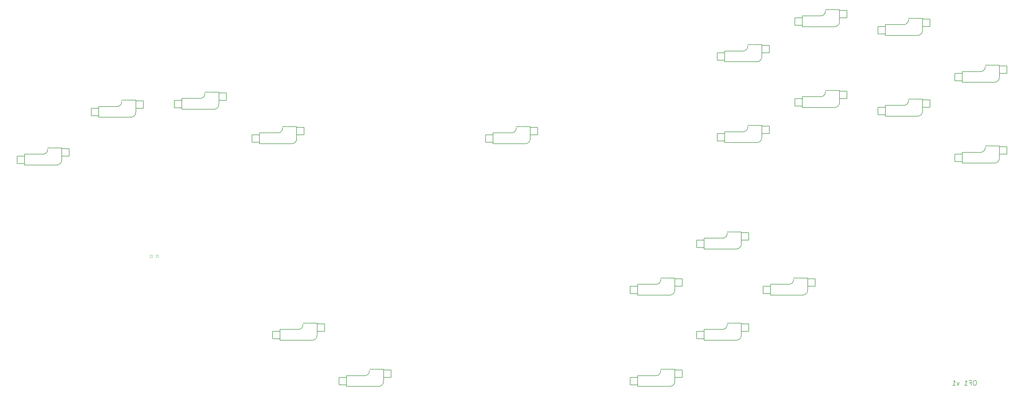
<source format=gbo>
%TF.GenerationSoftware,KiCad,Pcbnew,7.0.1*%
%TF.CreationDate,2023-04-12T17:14:02-06:00*%
%TF.ProjectId,OF1 v1,4f463120-7631-42e6-9b69-6361645f7063,rev?*%
%TF.SameCoordinates,Original*%
%TF.FileFunction,Legend,Bot*%
%TF.FilePolarity,Positive*%
%FSLAX46Y46*%
G04 Gerber Fmt 4.6, Leading zero omitted, Abs format (unit mm)*
G04 Created by KiCad (PCBNEW 7.0.1) date 2023-04-12 17:14:02*
%MOMM*%
%LPD*%
G01*
G04 APERTURE LIST*
G04 Aperture macros list*
%AMRoundRect*
0 Rectangle with rounded corners*
0 $1 Rounding radius*
0 $2 $3 $4 $5 $6 $7 $8 $9 X,Y pos of 4 corners*
0 Add a 4 corners polygon primitive as box body*
4,1,4,$2,$3,$4,$5,$6,$7,$8,$9,$2,$3,0*
0 Add four circle primitives for the rounded corners*
1,1,$1+$1,$2,$3*
1,1,$1+$1,$4,$5*
1,1,$1+$1,$6,$7*
1,1,$1+$1,$8,$9*
0 Add four rect primitives between the rounded corners*
20,1,$1+$1,$2,$3,$4,$5,0*
20,1,$1+$1,$4,$5,$6,$7,0*
20,1,$1+$1,$6,$7,$8,$9,0*
20,1,$1+$1,$8,$9,$2,$3,0*%
%AMFreePoly0*
4,1,17,0.425901,0.806901,0.806901,0.425901,0.825500,0.381000,0.825500,-0.381000,0.806901,-0.425901,0.425901,-0.806901,0.381000,-0.825500,-0.381000,-0.825500,-0.425901,-0.806901,-0.806901,-0.425901,-0.825500,-0.381000,-0.825500,0.381000,-0.806901,0.425901,-0.425901,0.806901,-0.381000,0.825500,0.381000,0.825500,0.425901,0.806901,0.425901,0.806901,$1*%
G04 Aperture macros list end*
%ADD10C,0.142240*%
%ADD11C,0.127000*%
%ADD12O,3.175000X1.651000*%
%ADD13C,3.000000*%
%ADD14C,1.701800*%
%ADD15C,3.987800*%
%ADD16C,2.374900*%
%ADD17RoundRect,0.063500X1.275000X1.250000X-1.275000X1.250000X-1.275000X-1.250000X1.275000X-1.250000X0*%
%ADD18FreePoly0,0.000000*%
%ADD19O,4.622800X2.374900*%
%ADD20C,9.000000*%
%ADD21C,8.000000*%
%ADD22C,8.500000*%
%ADD23C,0.650000*%
%ADD24C,0.777000*%
%ADD25O,0.877000X1.627000*%
%ADD26C,1.600000*%
%ADD27O,1.600000X1.600000*%
%ADD28C,1.500000*%
%ADD29C,2.100000*%
%ADD30O,3.327000X1.727000*%
%ADD31O,1.727000X3.327000*%
%ADD32RoundRect,0.063500X-0.400000X-0.400000X0.400000X-0.400000X0.400000X0.400000X-0.400000X0.400000X0*%
%ADD33O,2.227000X1.127000*%
%ADD34O,1.927000X1.127000*%
%ADD35O,1.651000X3.175000*%
G04 APERTURE END LIST*
D10*
X307800060Y-169917654D02*
X307488486Y-169917654D01*
X307488486Y-169917654D02*
X307332700Y-169995547D01*
X307332700Y-169995547D02*
X307176913Y-170151334D01*
X307176913Y-170151334D02*
X307099020Y-170462907D01*
X307099020Y-170462907D02*
X307099020Y-171008161D01*
X307099020Y-171008161D02*
X307176913Y-171319734D01*
X307176913Y-171319734D02*
X307332700Y-171475521D01*
X307332700Y-171475521D02*
X307488486Y-171553414D01*
X307488486Y-171553414D02*
X307800060Y-171553414D01*
X307800060Y-171553414D02*
X307955846Y-171475521D01*
X307955846Y-171475521D02*
X308111633Y-171319734D01*
X308111633Y-171319734D02*
X308189526Y-171008161D01*
X308189526Y-171008161D02*
X308189526Y-170462907D01*
X308189526Y-170462907D02*
X308111633Y-170151334D01*
X308111633Y-170151334D02*
X307955846Y-169995547D01*
X307955846Y-169995547D02*
X307800060Y-169917654D01*
X305852727Y-170696587D02*
X306397980Y-170696587D01*
X306397980Y-171553414D02*
X306397980Y-169917654D01*
X306397980Y-169917654D02*
X305619047Y-169917654D01*
X304139073Y-171553414D02*
X305073793Y-171553414D01*
X304606433Y-171553414D02*
X304606433Y-169917654D01*
X304606433Y-169917654D02*
X304762220Y-170151334D01*
X304762220Y-170151334D02*
X304918007Y-170307121D01*
X304918007Y-170307121D02*
X305073793Y-170385014D01*
X302347527Y-170462907D02*
X301958060Y-171553414D01*
X301958060Y-171553414D02*
X301568593Y-170462907D01*
X300088620Y-171553414D02*
X301023340Y-171553414D01*
X300555980Y-171553414D02*
X300555980Y-169917654D01*
X300555980Y-169917654D02*
X300711767Y-170151334D01*
X300711767Y-170151334D02*
X300867554Y-170307121D01*
X300867554Y-170307121D02*
X301023340Y-170385014D01*
D11*
%TO.C,U$15*%
X277126100Y-79615600D02*
X288302100Y-79615600D01*
X283603100Y-75932600D02*
X277126100Y-75932600D01*
X289826100Y-73773600D02*
X289826100Y-77710600D01*
X289826100Y-73773600D02*
X285000100Y-73773600D01*
X277126100Y-79615600D02*
X277126100Y-75932600D01*
X283603099Y-75932601D02*
G75*
G03*
X285000100Y-74154600I-190499J1587500D01*
G01*
X288302100Y-79615599D02*
G75*
G03*
X289826099Y-77710600I-190500J1714499D01*
G01*
%TO.C,U$11*%
X289826100Y-46163600D02*
X289826100Y-50100600D01*
X277126100Y-52005600D02*
X288302100Y-52005600D01*
X277126100Y-52005600D02*
X277126100Y-48322600D01*
X289826100Y-46163600D02*
X285000100Y-46163600D01*
X283603100Y-48322600D02*
X277126100Y-48322600D01*
X288302100Y-52005599D02*
G75*
G03*
X289826099Y-50100600I-190500J1714499D01*
G01*
X283603099Y-48322601D02*
G75*
G03*
X285000100Y-46544600I-190499J1587500D01*
G01*
%TO.C,U$17*%
X215238100Y-124975600D02*
X215238100Y-121292600D01*
X227938100Y-119133600D02*
X227938100Y-123070600D01*
X215238100Y-124975600D02*
X226414100Y-124975600D01*
X221715100Y-121292600D02*
X215238100Y-121292600D01*
X227938100Y-119133600D02*
X223112100Y-119133600D01*
X221715099Y-121292601D02*
G75*
G03*
X223112100Y-119514600I-190499J1587500D01*
G01*
X226414100Y-124975599D02*
G75*
G03*
X227938099Y-123070600I-190500J1714499D01*
G01*
%TO.C,U$6*%
X70418100Y-156160600D02*
X70418100Y-152477600D01*
X83118100Y-150318600D02*
X78292100Y-150318600D01*
X70418100Y-156160600D02*
X81594100Y-156160600D01*
X76895100Y-152477600D02*
X70418100Y-152477600D01*
X83118100Y-150318600D02*
X83118100Y-154255600D01*
X76895099Y-152477601D02*
G75*
G03*
X78292100Y-150699600I-190499J1587500D01*
G01*
X81594100Y-156160599D02*
G75*
G03*
X83118099Y-154255600I-190500J1714499D01*
G01*
%TO.C,U$20*%
X221715100Y-152477600D02*
X215238100Y-152477600D01*
X215238100Y-156160600D02*
X226414100Y-156160600D01*
X215238100Y-156160600D02*
X215238100Y-152477600D01*
X227938100Y-150318600D02*
X227938100Y-154255600D01*
X227938100Y-150318600D02*
X223112100Y-150318600D01*
X221715099Y-152477601D02*
G75*
G03*
X223112100Y-150699600I-190499J1587500D01*
G01*
X226414100Y-156160599D02*
G75*
G03*
X227938099Y-154255600I-190500J1714499D01*
G01*
%TO.C,U$10*%
X248771100Y-49030600D02*
X248771100Y-45347600D01*
X261471100Y-43188600D02*
X261471100Y-47125600D01*
X248771100Y-49030600D02*
X259947100Y-49030600D01*
X255248100Y-45347600D02*
X248771100Y-45347600D01*
X261471100Y-43188600D02*
X256645100Y-43188600D01*
X255248099Y-45347601D02*
G75*
G03*
X256645100Y-43569600I-190499J1587500D01*
G01*
X259947100Y-49030599D02*
G75*
G03*
X261471099Y-47125600I-190500J1714499D01*
G01*
%TO.C,U$13*%
X222253100Y-88635600D02*
X222253100Y-84952600D01*
X228730100Y-84952600D02*
X222253100Y-84952600D01*
X222253100Y-88635600D02*
X233429100Y-88635600D01*
X234953100Y-82793600D02*
X234953100Y-86730600D01*
X234953100Y-82793600D02*
X230127100Y-82793600D01*
X228730099Y-84952601D02*
G75*
G03*
X230127100Y-83174600I-190499J1587500D01*
G01*
X233429100Y-88635599D02*
G75*
G03*
X234953099Y-86730600I-190500J1714499D01*
G01*
%TO.C,U$1*%
X-4048900Y-90433600D02*
X-8874900Y-90433600D01*
X-16748900Y-96275600D02*
X-16748900Y-92592600D01*
X-4048900Y-90433600D02*
X-4048900Y-94370600D01*
X-16748900Y-96275600D02*
X-5572900Y-96275600D01*
X-10271900Y-92592600D02*
X-16748900Y-92592600D01*
X-5572900Y-96275599D02*
G75*
G03*
X-4048901Y-94370600I-190500J1714499D01*
G01*
X-10271901Y-92592601D02*
G75*
G03*
X-8874900Y-90814600I-190499J1587500D01*
G01*
%TO.C,U$21*%
X205251100Y-166088600D02*
X200425100Y-166088600D01*
X192551100Y-171930600D02*
X192551100Y-168247600D01*
X205251100Y-166088600D02*
X205251100Y-170025600D01*
X199028100Y-168247600D02*
X192551100Y-168247600D01*
X192551100Y-171930600D02*
X203727100Y-171930600D01*
X203727100Y-171930599D02*
G75*
G03*
X205251099Y-170025600I-190500J1714499D01*
G01*
X199028099Y-168247601D02*
G75*
G03*
X200425100Y-166469600I-190499J1587500D01*
G01*
%TO.C,U$2*%
X15008100Y-76289600D02*
X8531100Y-76289600D01*
X8531100Y-79972600D02*
X8531100Y-76289600D01*
X21231100Y-74130600D02*
X21231100Y-78067600D01*
X21231100Y-74130600D02*
X16405100Y-74130600D01*
X8531100Y-79972600D02*
X19707100Y-79972600D01*
X15008099Y-76289601D02*
G75*
G03*
X16405100Y-74511600I-190499J1587500D01*
G01*
X19707100Y-79972599D02*
G75*
G03*
X21231099Y-78067600I-190500J1714499D01*
G01*
%TO.C,U$4*%
X49587100Y-71404600D02*
X44761100Y-71404600D01*
X49587100Y-71404600D02*
X49587100Y-75341600D01*
X43364100Y-73563600D02*
X36887100Y-73563600D01*
X36887100Y-77246600D02*
X48063100Y-77246600D01*
X36887100Y-77246600D02*
X36887100Y-73563600D01*
X48063100Y-77246599D02*
G75*
G03*
X49587099Y-75341600I-190500J1714499D01*
G01*
X43364099Y-73563601D02*
G75*
G03*
X44761100Y-71785600I-190499J1587500D01*
G01*
%TO.C,U$7*%
X99583100Y-168246600D02*
X93106100Y-168246600D01*
X105806100Y-166087600D02*
X100980100Y-166087600D01*
X93106100Y-171929600D02*
X104282100Y-171929600D01*
X93106100Y-171929600D02*
X93106100Y-168246600D01*
X105806100Y-166087600D02*
X105806100Y-170024600D01*
X99583099Y-168246601D02*
G75*
G03*
X100980100Y-166468600I-190499J1587500D01*
G01*
X104282100Y-171929599D02*
G75*
G03*
X105806099Y-170024600I-190500J1714499D01*
G01*
%TO.C,U$19*%
X250595100Y-134903600D02*
X250595100Y-138840600D01*
X237895100Y-140745600D02*
X237895100Y-137062600D01*
X237895100Y-140745600D02*
X249071100Y-140745600D01*
X250595100Y-134903600D02*
X245769100Y-134903600D01*
X244372100Y-137062600D02*
X237895100Y-137062600D01*
X249071100Y-140745599D02*
G75*
G03*
X250595099Y-138840600I-190500J1714499D01*
G01*
X244372099Y-137062601D02*
G75*
G03*
X245769100Y-135284600I-190499J1587500D01*
G01*
%TO.C,U$5*%
X76159100Y-83167600D02*
X71333100Y-83167600D01*
X63459100Y-89009600D02*
X63459100Y-85326600D01*
X76159100Y-83167600D02*
X76159100Y-87104600D01*
X69936100Y-85326600D02*
X63459100Y-85326600D01*
X63459100Y-89009600D02*
X74635100Y-89009600D01*
X74635100Y-89009599D02*
G75*
G03*
X76159099Y-87104600I-190500J1714499D01*
G01*
X69936099Y-85326601D02*
G75*
G03*
X71333100Y-83548600I-190499J1587500D01*
G01*
%TO.C,U$18*%
X199028100Y-137062600D02*
X192551100Y-137062600D01*
X192551100Y-140745600D02*
X192551100Y-137062600D01*
X192551100Y-140745600D02*
X203727100Y-140745600D01*
X205251100Y-134903600D02*
X200425100Y-134903600D01*
X205251100Y-134903600D02*
X205251100Y-138840600D01*
X199028099Y-137062601D02*
G75*
G03*
X200425100Y-135284600I-190499J1587500D01*
G01*
X203727100Y-140745599D02*
G75*
G03*
X205251099Y-138840600I-190500J1714499D01*
G01*
%TO.C,U$16*%
X303349100Y-95651600D02*
X303349100Y-91968600D01*
X316049100Y-89809600D02*
X316049100Y-93746600D01*
X316049100Y-89809600D02*
X311223100Y-89809600D01*
X303349100Y-95651600D02*
X314525100Y-95651600D01*
X309826100Y-91968600D02*
X303349100Y-91968600D01*
X314525100Y-95651599D02*
G75*
G03*
X316049099Y-93746600I-190500J1714499D01*
G01*
X309826099Y-91968601D02*
G75*
G03*
X311223100Y-90190600I-190499J1587500D01*
G01*
%TO.C,U$12*%
X316049100Y-62199600D02*
X316049100Y-66136600D01*
X303349100Y-68041600D02*
X303349100Y-64358600D01*
X316049100Y-62199600D02*
X311223100Y-62199600D01*
X309826100Y-64358600D02*
X303349100Y-64358600D01*
X303349100Y-68041600D02*
X314525100Y-68041600D01*
X309826099Y-64358601D02*
G75*
G03*
X311223100Y-62580600I-190499J1587500D01*
G01*
X314525100Y-68041599D02*
G75*
G03*
X316049099Y-66136600I-190500J1714499D01*
G01*
%TO.C,U$9*%
X234953100Y-55184600D02*
X230127100Y-55184600D01*
X234953100Y-55184600D02*
X234953100Y-59121600D01*
X228730100Y-57343600D02*
X222253100Y-57343600D01*
X222253100Y-61026600D02*
X222253100Y-57343600D01*
X222253100Y-61026600D02*
X233429100Y-61026600D01*
X233429100Y-61026599D02*
G75*
G03*
X234953099Y-59121600I-190500J1714499D01*
G01*
X228730099Y-57343601D02*
G75*
G03*
X230127100Y-55565600I-190499J1587500D01*
G01*
%TO.C,U$14*%
X248771100Y-76640600D02*
X248771100Y-72957600D01*
X261471100Y-70798600D02*
X261471100Y-74735600D01*
X261471100Y-70798600D02*
X256645100Y-70798600D01*
X248771100Y-76640600D02*
X259947100Y-76640600D01*
X255248100Y-72957600D02*
X248771100Y-72957600D01*
X259947100Y-76640599D02*
G75*
G03*
X261471099Y-74735600I-190500J1714499D01*
G01*
X255248099Y-72957601D02*
G75*
G03*
X256645100Y-71179600I-190499J1587500D01*
G01*
%TO.C,U$8*%
X155891100Y-83167600D02*
X151065100Y-83167600D01*
X143191100Y-89009600D02*
X143191100Y-85326600D01*
X149668100Y-85326600D02*
X143191100Y-85326600D01*
X155891100Y-83167600D02*
X155891100Y-87104600D01*
X143191100Y-89009600D02*
X154367100Y-89009600D01*
X149668099Y-85326601D02*
G75*
G03*
X151065100Y-83548600I-190499J1587500D01*
G01*
X154367100Y-89009599D02*
G75*
G03*
X155891099Y-87104600I-190500J1714499D01*
G01*
%TD*%
%LPC*%
D12*
%TO.C,J4*%
X142745065Y-111563600D03*
X142745065Y-109023600D03*
X142745065Y-106483600D03*
X142745065Y-103943600D03*
%TD*%
D13*
%TO.C,U$15*%
X280301100Y-77837600D03*
D14*
X287921100Y-72757600D03*
D15*
X282841100Y-72757600D03*
D13*
X286651100Y-75297600D03*
D14*
X277761100Y-72757600D03*
D16*
X279031100Y-70217600D03*
X285381100Y-67677600D03*
D17*
X291096100Y-75297600D03*
X275856100Y-77837600D03*
%TD*%
D18*
%TO.C,JP11*%
X264501100Y-79753600D03*
%TD*%
D15*
%TO.C,U$11*%
X282841100Y-45147600D03*
D13*
X286651100Y-47687600D03*
D14*
X277761100Y-45147600D03*
D13*
X280301100Y-50227600D03*
D14*
X287921100Y-45147600D03*
D16*
X279031100Y-42607600D03*
X285381100Y-40067600D03*
D17*
X291096100Y-47687600D03*
X275856100Y-50227600D03*
%TD*%
D18*
%TO.C,JP10*%
X238501100Y-87753600D03*
%TD*%
D15*
%TO.C,U$17*%
X220953100Y-118117600D03*
D13*
X224763100Y-120657600D03*
X218413100Y-123197600D03*
D14*
X215873100Y-118117600D03*
X226033100Y-118117600D03*
D16*
X217143100Y-115577600D03*
X223493100Y-113037600D03*
D17*
X229208100Y-120657600D03*
X213968100Y-123197600D03*
%TD*%
D18*
%TO.C,JP5*%
X81501100Y-88753600D03*
%TD*%
D15*
%TO.C,U$6*%
X76133100Y-149302600D03*
D14*
X81213100Y-149302600D03*
D13*
X79943100Y-151842600D03*
D14*
X71053100Y-149302600D03*
D13*
X73593100Y-154382600D03*
D16*
X72323100Y-146762600D03*
X78673100Y-144222600D03*
D17*
X84388100Y-151842600D03*
X69148100Y-154382600D03*
%TD*%
D19*
%TO.C,D1*%
X151881100Y-65753600D03*
X167121100Y-65753600D03*
%TD*%
D20*
%TO.C,@HOLE11*%
X174501100Y-45253600D03*
%TD*%
D21*
%TO.C,@HOLE8*%
X184501100Y-71753600D03*
%TD*%
D13*
%TO.C,@HOLE0*%
X68501100Y-166753600D03*
%TD*%
%TO.C,U$20*%
X224763100Y-151842600D03*
D15*
X220953100Y-149302600D03*
D13*
X218413100Y-154382600D03*
D14*
X215873100Y-149302600D03*
X226033100Y-149302600D03*
D16*
X217143100Y-146762600D03*
X223493100Y-144222600D03*
D17*
X229208100Y-151842600D03*
X213968100Y-154382600D03*
%TD*%
D18*
%TO.C,JP18*%
X211501100Y-133753600D03*
%TD*%
D21*
%TO.C,@HOLE9*%
X136501100Y-160753600D03*
%TD*%
D13*
%TO.C,U$10*%
X258296100Y-44712600D03*
X251946100Y-47252600D03*
D15*
X254486100Y-42172600D03*
D14*
X259566100Y-42172600D03*
X249406100Y-42172600D03*
D16*
X250676100Y-39632600D03*
X257026100Y-37092600D03*
D17*
X262741100Y-44712600D03*
X247501100Y-47252600D03*
%TD*%
D18*
%TO.C,JP6*%
X86501100Y-158753600D03*
%TD*%
D22*
%TO.C,@HOLE14*%
X122501100Y-131553600D03*
%TD*%
D18*
%TO.C,JP14*%
X311501100Y-72753600D03*
%TD*%
%TO.C,JP4*%
X54501100Y-78753600D03*
%TD*%
D15*
%TO.C,U$13*%
X227968100Y-81777600D03*
D14*
X222888100Y-81777600D03*
D13*
X225428100Y-86857600D03*
D14*
X233048100Y-81777600D03*
D13*
X231778100Y-84317600D03*
D16*
X224158100Y-79237600D03*
X230508100Y-76697600D03*
D17*
X236223100Y-84317600D03*
X220983100Y-86857600D03*
%TD*%
D18*
%TO.C,JP9*%
X241501100Y-60753600D03*
%TD*%
D23*
%TO.C,J2*%
X151168981Y-34593600D03*
X143818981Y-34593600D03*
D24*
X144768981Y-33943600D03*
X145168981Y-33243600D03*
X145968981Y-33243600D03*
X146368981Y-33943600D03*
X146768981Y-33243600D03*
X147168981Y-33943600D03*
X147968981Y-33943600D03*
X148368981Y-33243600D03*
X148768981Y-33943600D03*
X149168981Y-33243600D03*
X149968981Y-33243600D03*
X150368981Y-33943600D03*
D25*
X151698981Y-33343600D03*
X143438981Y-33343600D03*
X152058981Y-28953600D03*
X143078981Y-28953600D03*
%TD*%
D13*
%TO.C,U$1*%
X-13573900Y-94497600D03*
D15*
X-11033900Y-89417600D03*
D13*
X-7223900Y-91957600D03*
D14*
X-16113900Y-89417600D03*
X-5953900Y-89417600D03*
D16*
X-14843900Y-86877600D03*
X-8493900Y-84337600D03*
D17*
X-2778900Y-91957600D03*
X-18018900Y-94497600D03*
%TD*%
D15*
%TO.C,U$21*%
X198266100Y-165072600D03*
D14*
X193186100Y-165072600D03*
D13*
X195726100Y-170152600D03*
X202076100Y-167612600D03*
D14*
X203346100Y-165072600D03*
D16*
X194456100Y-162532600D03*
X200806100Y-159992600D03*
D17*
X206521100Y-167612600D03*
X191281100Y-170152600D03*
%TD*%
D18*
%TO.C,JP16*%
X291501100Y-83753600D03*
%TD*%
D14*
%TO.C,U$2*%
X19326100Y-73114600D03*
D13*
X18056100Y-75654600D03*
D14*
X9166100Y-73114600D03*
D15*
X14246100Y-73114600D03*
D13*
X11706100Y-78194600D03*
D16*
X10436100Y-70574600D03*
X16786100Y-68034600D03*
D17*
X22501100Y-75654600D03*
X7261100Y-78194600D03*
%TD*%
D14*
%TO.C,U$4*%
X47682100Y-70388600D03*
D15*
X42602100Y-70388600D03*
D13*
X46412100Y-72928600D03*
X40062100Y-75468600D03*
D14*
X37522100Y-70388600D03*
D16*
X38792100Y-67848600D03*
X45142100Y-65308600D03*
D17*
X50857100Y-72928600D03*
X35617100Y-75468600D03*
%TD*%
D20*
%TO.C,@HOLE13*%
X30301100Y-43453600D03*
%TD*%
D13*
%TO.C,@HOLE1*%
X284501100Y-147753600D03*
%TD*%
D18*
%TO.C,JP20*%
X235501100Y-150753600D03*
%TD*%
D13*
%TO.C,U$7*%
X102631100Y-167611600D03*
D14*
X93741100Y-165071600D03*
D13*
X96281100Y-170151600D03*
D15*
X98821100Y-165071600D03*
D14*
X103901100Y-165071600D03*
D16*
X95011100Y-162531600D03*
X101361100Y-159991600D03*
D17*
X107076100Y-167611600D03*
X91836100Y-170151600D03*
%TD*%
D18*
%TO.C,JP13*%
X294501100Y-54753600D03*
%TD*%
D15*
%TO.C,U$19*%
X243610100Y-133887600D03*
D13*
X247420100Y-136427600D03*
X241070100Y-138967600D03*
D14*
X248690100Y-133887600D03*
X238530100Y-133887600D03*
D16*
X239800100Y-131347600D03*
X246150100Y-128807600D03*
D17*
X251865100Y-136427600D03*
X236625100Y-138967600D03*
%TD*%
D18*
%TO.C,JP17*%
X236501100Y-125753600D03*
%TD*%
%TO.C,JP12*%
X268501100Y-39753600D03*
%TD*%
D13*
%TO.C,@HOLE2*%
X-19498900Y-154753600D03*
%TD*%
D26*
%TO.C,R3*%
X151781476Y-59692391D03*
D27*
X159401476Y-59692391D03*
%TD*%
D28*
%TO.C,J1*%
X24776100Y-127753600D03*
D29*
X21801100Y-175253600D03*
X33201100Y-175253600D03*
D28*
X25076100Y-130783600D03*
X29926100Y-130783600D03*
D29*
X21801100Y-128253600D03*
D28*
X30226100Y-127753600D03*
D29*
X33201100Y-128253600D03*
D30*
X37191100Y-137783600D03*
X37191100Y-135243600D03*
X37191100Y-140323600D03*
X37191100Y-145403600D03*
X17811100Y-132703600D03*
X17811100Y-145403600D03*
X17811100Y-158103600D03*
X17811100Y-170803600D03*
D31*
X27501100Y-176453600D03*
D30*
X37191100Y-170803600D03*
X37191100Y-158103600D03*
X37191100Y-132703600D03*
X17811100Y-127623600D03*
X17811100Y-130163600D03*
X17811100Y-135243600D03*
X17811100Y-137783600D03*
X17811100Y-140323600D03*
X17811100Y-142863600D03*
X17811100Y-147943600D03*
X17811100Y-150483600D03*
X17811100Y-153023600D03*
X17811100Y-155563600D03*
X17811100Y-160643600D03*
X17811100Y-163183600D03*
X17811100Y-165723600D03*
X17811100Y-168263600D03*
X17811100Y-173343600D03*
X17811100Y-175883600D03*
X37191100Y-175883600D03*
X37191100Y-173343600D03*
X37191100Y-168263600D03*
X37191100Y-165723600D03*
X37191100Y-163183600D03*
X37191100Y-160643600D03*
X37191100Y-155563600D03*
X37191100Y-150483600D03*
X37191100Y-147943600D03*
X37191100Y-142863600D03*
X37191100Y-153023600D03*
D31*
X24961100Y-176453600D03*
X30041100Y-176453600D03*
D32*
X28501100Y-127453600D03*
X26501100Y-127453600D03*
D30*
X37191100Y-127623600D03*
X37191100Y-130163600D03*
%TD*%
D18*
%TO.C,JP15*%
X313501100Y-100753600D03*
%TD*%
D13*
%TO.C,@HOLE10*%
X119501100Y-59753600D03*
%TD*%
D20*
%TO.C,@HOLE15*%
X256501100Y-161753600D03*
%TD*%
D21*
%TO.C,@HOLE6*%
X-13498900Y-143753600D03*
%TD*%
D13*
%TO.C,@HOLE16*%
X71501100Y-125753600D03*
%TD*%
%TO.C,U$5*%
X72984100Y-84691600D03*
X66634100Y-87231600D03*
D14*
X64094100Y-82151600D03*
D15*
X69174100Y-82151600D03*
D14*
X74254100Y-82151600D03*
D16*
X65364100Y-79611600D03*
X71714100Y-77071600D03*
D17*
X77429100Y-84691600D03*
X62189100Y-87231600D03*
%TD*%
D14*
%TO.C,U$18*%
X203346100Y-133887600D03*
D13*
X202076100Y-136427600D03*
D14*
X193186100Y-133887600D03*
D15*
X198266100Y-133887600D03*
D13*
X195726100Y-138967600D03*
D16*
X194456100Y-131347600D03*
X200806100Y-128807600D03*
D17*
X206521100Y-136427600D03*
X191281100Y-138967600D03*
%TD*%
D13*
%TO.C,@HOLE3*%
X182501100Y-126753600D03*
%TD*%
D20*
%TO.C,@HOLE12*%
X-11098900Y-108953600D03*
%TD*%
D15*
%TO.C,U$16*%
X309064100Y-88793600D03*
D14*
X314144100Y-88793600D03*
X303984100Y-88793600D03*
D13*
X312874100Y-91333600D03*
X306524100Y-93873600D03*
D16*
X305254100Y-86253600D03*
X311604100Y-83713600D03*
D17*
X317319100Y-91333600D03*
X302079100Y-93873600D03*
%TD*%
D21*
%TO.C,@HOLE4*%
X268501100Y-54753600D03*
%TD*%
D18*
%TO.C,JP7*%
X112501100Y-161753600D03*
%TD*%
D23*
%TO.C,J5*%
X122579393Y-105081075D03*
X122579393Y-110861075D03*
D33*
X123079393Y-103651075D03*
D34*
X118899393Y-103651075D03*
D33*
X123079393Y-112291075D03*
D34*
X118899393Y-112291075D03*
%TD*%
D18*
%TO.C,JP2*%
X2501100Y-96753600D03*
%TD*%
%TO.C,JP8*%
X156501100Y-94753600D03*
%TD*%
D13*
%TO.C,U$12*%
X306524100Y-66263600D03*
D15*
X309064100Y-61183600D03*
D14*
X314144100Y-61183600D03*
D13*
X312874100Y-63723600D03*
D14*
X303984100Y-61183600D03*
D16*
X305254100Y-58643600D03*
X311604100Y-56103600D03*
D17*
X317319100Y-63723600D03*
X302079100Y-66263600D03*
%TD*%
D13*
%TO.C,U$9*%
X225428100Y-59248600D03*
D14*
X222888100Y-54168600D03*
D15*
X227968100Y-54168600D03*
D14*
X233048100Y-54168600D03*
D13*
X231778100Y-56708600D03*
D16*
X224158100Y-51628600D03*
X230508100Y-49088600D03*
D17*
X236223100Y-56708600D03*
X220983100Y-59248600D03*
%TD*%
D18*
%TO.C,JP21*%
X183501100Y-171753600D03*
%TD*%
D14*
%TO.C,U$14*%
X259566100Y-69782600D03*
D13*
X251946100Y-74862600D03*
X258296100Y-72322600D03*
D14*
X249406100Y-69782600D03*
D15*
X254486100Y-69782600D03*
D16*
X250676100Y-67242600D03*
X257026100Y-64702600D03*
D17*
X262741100Y-72322600D03*
X247501100Y-74862600D03*
%TD*%
D18*
%TO.C,JP19*%
X257501100Y-141753600D03*
%TD*%
D35*
%TO.C,J3*%
X162151100Y-32753600D03*
X164691100Y-32753600D03*
X167231100Y-32753600D03*
X169771100Y-32753600D03*
X172311100Y-32753600D03*
X174851100Y-32753600D03*
%TD*%
D21*
%TO.C,@HOLE5*%
X276501100Y-158753600D03*
%TD*%
D26*
%TO.C,R1*%
X151826963Y-53595091D03*
D27*
X159446963Y-53595091D03*
%TD*%
D21*
%TO.C,@HOLE7*%
X65501100Y-49753600D03*
%TD*%
D18*
%TO.C,JP3*%
X17501100Y-85753600D03*
%TD*%
D14*
%TO.C,U$8*%
X153986100Y-82151600D03*
X143826100Y-82151600D03*
D13*
X152716100Y-84691600D03*
D15*
X148906100Y-82151600D03*
D13*
X146366100Y-87231600D03*
D16*
X145096100Y-79611600D03*
X151446100Y-77071600D03*
D17*
X157161100Y-84691600D03*
X141921100Y-87231600D03*
%TD*%
M02*

</source>
